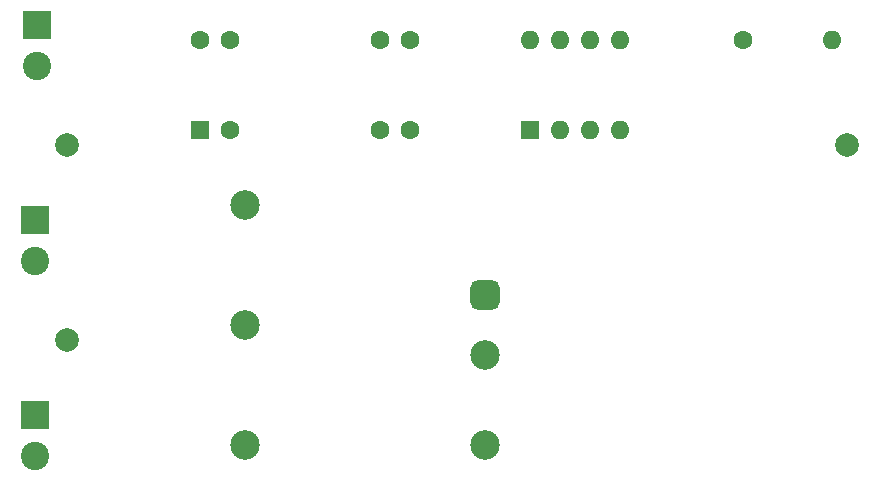
<source format=gbs>
%TF.GenerationSoftware,KiCad,Pcbnew,6.0.8-1.fc36*%
%TF.CreationDate,2022-11-05T02:50:58+01:00*%
%TF.ProjectId,recruiting,72656372-7569-4746-996e-672e6b696361,V0*%
%TF.SameCoordinates,Original*%
%TF.FileFunction,Soldermask,Bot*%
%TF.FilePolarity,Negative*%
%FSLAX46Y46*%
G04 Gerber Fmt 4.6, Leading zero omitted, Abs format (unit mm)*
G04 Created by KiCad (PCBNEW 6.0.8-1.fc36) date 2022-11-05 02:50:58*
%MOMM*%
%LPD*%
G01*
G04 APERTURE LIST*
G04 Aperture macros list*
%AMRoundRect*
0 Rectangle with rounded corners*
0 $1 Rounding radius*
0 $2 $3 $4 $5 $6 $7 $8 $9 X,Y pos of 4 corners*
0 Add a 4 corners polygon primitive as box body*
4,1,4,$2,$3,$4,$5,$6,$7,$8,$9,$2,$3,0*
0 Add four circle primitives for the rounded corners*
1,1,$1+$1,$2,$3*
1,1,$1+$1,$4,$5*
1,1,$1+$1,$6,$7*
1,1,$1+$1,$8,$9*
0 Add four rect primitives between the rounded corners*
20,1,$1+$1,$2,$3,$4,$5,0*
20,1,$1+$1,$4,$5,$6,$7,0*
20,1,$1+$1,$6,$7,$8,$9,0*
20,1,$1+$1,$8,$9,$2,$3,0*%
G04 Aperture macros list end*
%ADD10C,2.000000*%
%ADD11R,1.600000X1.600000*%
%ADD12O,1.600000X1.600000*%
%ADD13C,1.600000*%
%ADD14RoundRect,0.625000X-0.625000X0.625000X-0.625000X-0.625000X0.625000X-0.625000X0.625000X0.625000X0*%
%ADD15C,2.500000*%
%ADD16R,2.400000X2.400000*%
%ADD17C,2.400000*%
G04 APERTURE END LIST*
D10*
%TO.C,H3*%
X175452500Y-78740000D03*
%TD*%
%TO.C,H2*%
X109412500Y-95250000D03*
%TD*%
%TO.C,H1*%
X109412500Y-78740000D03*
%TD*%
D11*
%TO.C,U4*%
X148600000Y-77460000D03*
D12*
X151140000Y-77460000D03*
X153680000Y-77460000D03*
X156220000Y-77460000D03*
X156220000Y-69840000D03*
X153680000Y-69840000D03*
X151140000Y-69840000D03*
X148600000Y-69840000D03*
%TD*%
D11*
%TO.C,U3*%
X120650000Y-77465000D03*
D13*
X123190000Y-77465000D03*
X135890000Y-77465000D03*
X138430000Y-77465000D03*
X138430000Y-69845000D03*
X135890000Y-69845000D03*
X123190000Y-69845000D03*
X120650000Y-69845000D03*
%TD*%
D14*
%TO.C,U2*%
X144780000Y-91440000D03*
D15*
X144780000Y-96520000D03*
X124460000Y-83820000D03*
X124460000Y-93980000D03*
X124460000Y-104140000D03*
X144780000Y-104140000D03*
%TD*%
D16*
%TO.C,J3*%
X106680000Y-85090000D03*
D17*
X106680000Y-88590000D03*
%TD*%
D16*
%TO.C,J2*%
X106680000Y-101600000D03*
D17*
X106680000Y-105100000D03*
%TD*%
D16*
%TO.C,J1*%
X106872500Y-68580000D03*
D17*
X106872500Y-72080000D03*
%TD*%
D13*
%TO.C,C2*%
X166622500Y-69850000D03*
D12*
X174122500Y-69850000D03*
%TD*%
M02*

</source>
